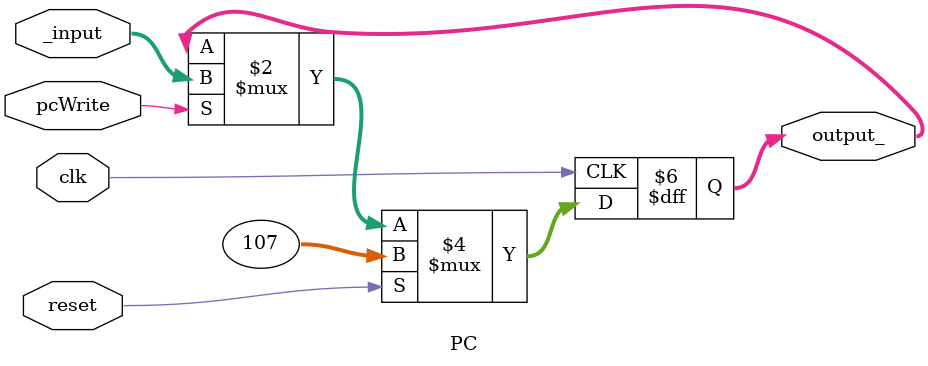
<source format=v>
module PC(_input, output_, clk, pcWrite, reset);
	input [31:0] _input;				//Endereço da proxima instrução
	output reg [31:0] output_;		//Endereço da instrução atual
	input pcWrite;						//Sinal de controle para escrita do PC
	input clk; 							//Clock
	input reset;
	always @(posedge clk) begin
		if(pcWrite)
			output_ <= _input;				//Atribuição do valor de saida
		if(reset)
			output_ <= 32'd107;
	end
endmodule

</source>
